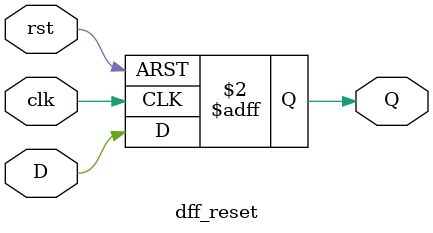
<source format=v>
`timescale 1ns / 1ps

module dff_reset (
    input clk,
    input rst,  // Active-high reset
    input D,
    output reg Q
);

    // Asynchronous Reset: Logic triggers immediately when 'reset' goes high
    always @(posedge clk or posedge rst) begin
        if (rst) begin
            Q <= 1'b0;  // Reset output to 0
        end else begin
            Q <= D;     // Capture input on the rising edge of clock
        end
    end

endmodule
</source>
